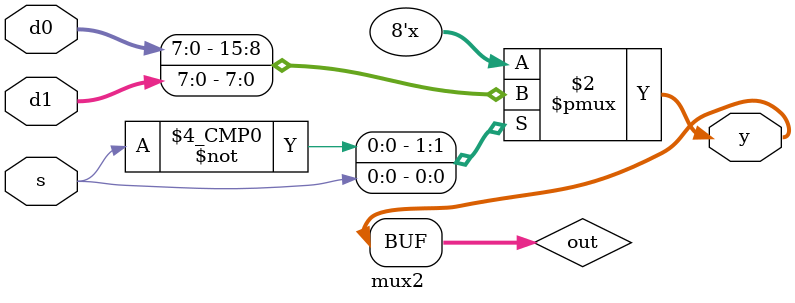
<source format=sv>
module mux2 #(parameter WIDTH = 8)
             (input  [WIDTH-1:0] d0, d1, 
              input              s, 
              output [WIDTH-1:0] y);
// fill in guts
// s   y
// 0   d0
// 1   d1
logic [WIDTH-1:0] out;
  always_comb
	  case( s )
	    0: 			out = d0;
		 1: 			out = d1;
	  endcase
	  
	assign y = out;
 
endmodule



</source>
